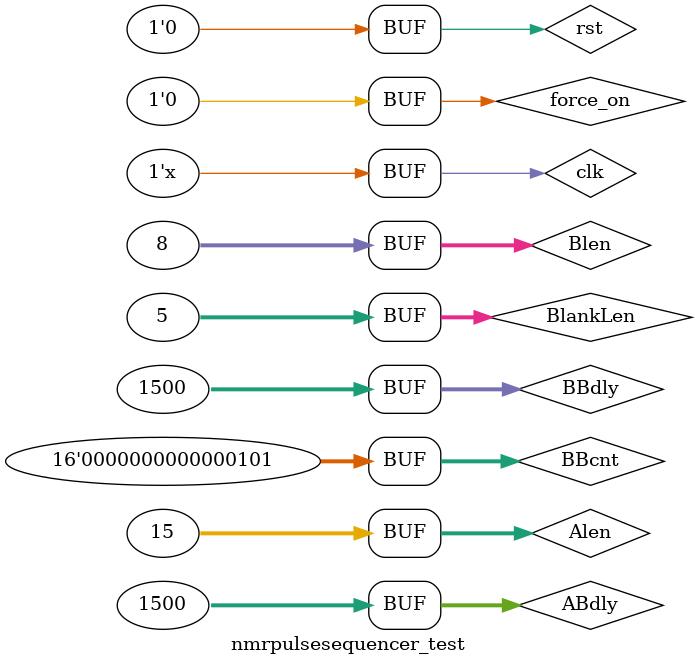
<source format=v>
`timescale 1ns / 1ps

`timescale 1ns / 1ns

module nmrpulsesequencer_test(

    );
    
    reg clk;
    reg rst;
    reg force_on;
    
    reg [31:0]  Alen;
    reg [31:0]  Blen;
    reg [31:0]  ABdly;
    reg [31:0]  BBdly;
    reg [15:0]  BBcnt;
    reg [31:0]  BlankLen;
    wire sync_ext;
    wire pulse_ext;
    wire blank_ext;
    
    NMRPulseSequencer #(
        .US_DIVIDER(5)
    ) DUT ( 
        .clk(clk),
        .rst(rst),
        .force_on(force_on),
        .Alen_in(Alen),
        .Blen_in(Blen),
        .ABdly_in(ABdly),
        .BBdly_in(BBdly),
        .BBcnt_in(BBcnt),
        .BlankLen_in(BlankLen),
        
        .sync_out(sync_ext),
        .pulse_out(pulse_ext),
        .blank_out(blank_ext)
        );
        
    initial begin
        clk = 0;
        force_on = 0;
        rst = 1;
        
        Alen = 15;
        Blen = 8;
        ABdly = 1500;
        BBdly = 1500;
        BBcnt = 5;
        BlankLen = 5;
        
        #50 rst = 0;
        
    end
    
    always begin
        #4 clk = ~clk;
    end
    
endmodule


</source>
